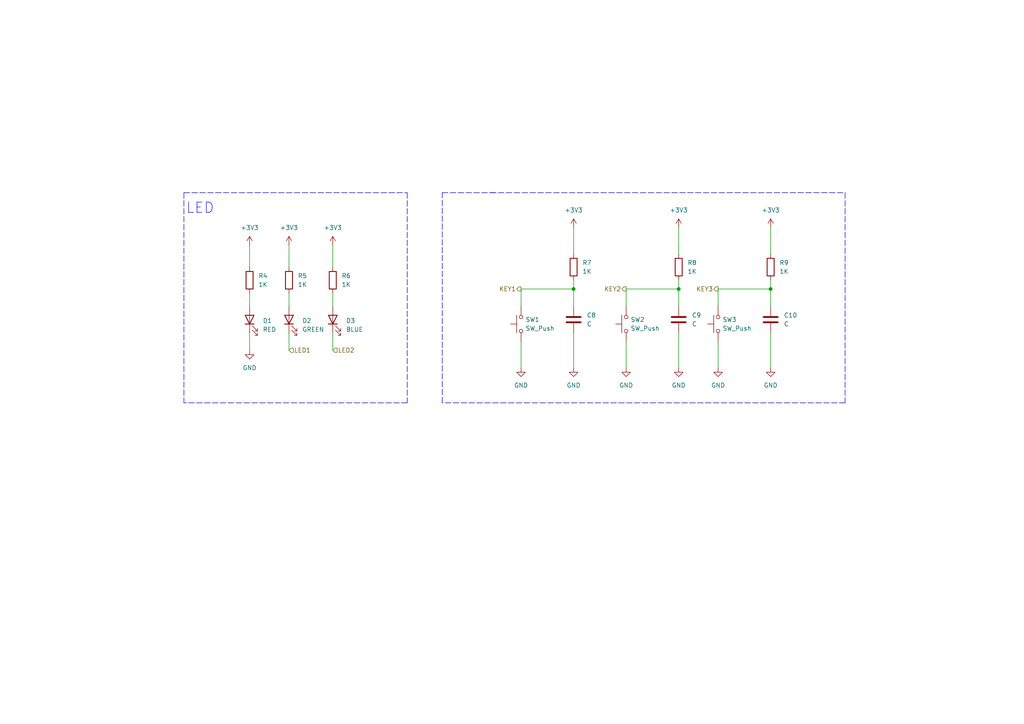
<source format=kicad_sch>
(kicad_sch (version 20211123) (generator eeschema)
  (paper "A4")
  (lib_symbols
    (symbol "Device:C" (pin_numbers hide) (pin_names (offset 0.254))
      (property "Reference" "C" (at 0.635 2.54 0))
      (property "Value" "C" (at 0.635 -2.54 0))
      (symbol "C_0_1"
        (polyline (pts (xy -2.032 -0.762) (xy 2.032 -0.762)) (stroke (width 0.508)))
        (polyline (pts (xy -2.032 0.762) (xy 2.032 0.762)) (stroke (width 0.508)))
      )
      (symbol "C_1_1"
        (pin passive line (at 0 3.81 270) (length 2.794) (name "~") (number "1"))
        (pin passive line (at 0 -3.81 90) (length 2.794) (name "~") (number "2"))
      )
    )
    (symbol "Device:LED" (pin_numbers hide) (pin_names (offset 1.016) hide)
      (property "Reference" "D" (at 0 2.54 0))
      (property "Value" "LED" (at 0 -2.54 0))
      (symbol "LED_0_1"
        (polyline (pts (xy -1.27 -1.27) (xy -1.27 1.27)) (stroke (width 0.254)))
        (polyline (pts (xy -1.27 0) (xy 1.27 0)))
        (polyline (pts (xy 1.27 -1.27) (xy 1.27 1.27) (xy -1.27 0) (xy 1.27 -1.27)) (stroke (width 0.254)))
        (polyline (pts (xy -3.048 -0.762) (xy -4.572 -2.286) (xy -3.81 -2.286) (xy -4.572 -2.286) (xy -4.572 -1.524)))
        (polyline (pts (xy -1.778 -0.762) (xy -3.302 -2.286) (xy -2.54 -2.286) (xy -3.302 -2.286) (xy -3.302 -1.524)))
      )
      (symbol "LED_1_1"
        (pin passive line (at -3.81 0 0) (length 2.54) (name "K") (number "1"))
        (pin passive line (at 3.81 0 180) (length 2.54) (name "A") (number "2"))
      )
    )
    (symbol "Device:R" (pin_numbers hide) (pin_names (offset 0))
      (property "Reference" "R" (at 2.032 0 90))
      (property "Value" "R" (at 0 0 90))
      (symbol "R_0_1"
        (rectangle (start -1.016 -2.54) (end 1.016 2.54) (stroke (width 0.254)))
      )
      (symbol "R_1_1"
        (pin passive line (at 0 3.81 270) (length 1.27) (name "~") (number "1"))
        (pin passive line (at 0 -3.81 90) (length 1.27) (name "~") (number "2"))
      )
    )
    (symbol "Switch:SW_Push" (pin_numbers hide) (pin_names (offset 1.016) hide)
      (property "Reference" "SW" (at 1.27 2.54 0))
      (property "Value" "SW_Push" (at 0 -1.524 0))
      (symbol "SW_Push_0_1"
        (circle (center -2.032 0) (radius 0.508))
        (polyline (pts (xy 0 1.27) (xy 0 3.048)))
        (polyline (pts (xy 2.54 1.27) (xy -2.54 1.27)))
        (circle (center 2.032 0) (radius 0.508))
        (pin passive line (at -5.08 0 0) (length 2.54) (name "1") (number "1"))
        (pin passive line (at 5.08 0 180) (length 2.54) (name "2") (number "2"))
      )
    )
    (symbol "power:+3V3" (power) (pin_names (offset 0))
      (property "Value" "+3V3" (at 0 3.556 0))
      (symbol "+3V3_0_1"
        (polyline (pts (xy -0.762 1.27) (xy 0 2.54)))
        (polyline (pts (xy 0 0) (xy 0 2.54)))
        (polyline (pts (xy 0 2.54) (xy 0.762 1.27)))
      )
      (symbol "+3V3_1_1"
        (pin power_in line (at 0 0 90) (length 0) hide (name "+3V3") (number "1"))
      )
    )
    (symbol "power:GND" (power) (pin_names (offset 0))
      (property "Value" "GND" (at 0 -3.81 0))
      (symbol "GND_0_1"
        (polyline (pts (xy 0 0) (xy 0 -1.27) (xy 1.27 -1.27) (xy 0 -2.54) (xy -1.27 -1.27) (xy 0 -1.27)))
      )
      (symbol "GND_1_1"
        (pin power_in line (at 0 0 270) (length 0) hide (name "GND") (number "1"))
      )
    )
  )
  (junction (at 196.85 83.82))
  (junction (at 166.37 83.82))
  (junction (at 223.52 83.82))
  (wire (pts (xy 196.85 81.28) (xy 196.85 83.82)))
  (wire (pts (xy 83.82 85.09) (xy 83.82 88.9)))
  (wire (pts (xy 166.37 96.52) (xy 166.37 106.68)))
  (polyline (pts (xy 118.11 55.88) (xy 118.11 116.84)))
  (wire (pts (xy 83.82 71.12) (xy 83.82 77.47)))
  (wire (pts (xy 196.85 96.52) (xy 196.85 106.68)))
  (wire (pts (xy 151.13 88.9) (xy 151.13 83.82)))
  (wire (pts (xy 208.28 83.82) (xy 223.52 83.82)))
  (wire (pts (xy 96.52 71.12) (xy 96.52 77.47)))
  (wire (pts (xy 151.13 83.82) (xy 166.37 83.82)))
  (polyline (pts (xy 128.27 55.88) (xy 143.51 55.88)))
  (wire (pts (xy 151.13 99.06) (xy 151.13 106.68)))
  (wire (pts (xy 223.52 81.28) (xy 223.52 83.82)))
  (polyline (pts (xy 53.34 55.88) (xy 118.11 55.88)))
  (wire (pts (xy 72.39 71.12) (xy 72.39 77.47)))
  (wire (pts (xy 196.85 66.04) (xy 196.85 73.66)))
  (wire (pts (xy 72.39 85.09) (xy 72.39 88.9)))
  (wire (pts (xy 223.52 83.82) (xy 223.52 88.9)))
  (polyline (pts (xy 142.24 55.88) (xy 245.11 55.88)))
  (wire (pts (xy 166.37 81.28) (xy 166.37 83.82)))
  (polyline (pts (xy 53.34 55.88) (xy 53.34 116.84)))
  (wire (pts (xy 181.61 99.06) (xy 181.61 106.68)))
  (wire (pts (xy 83.82 96.52) (xy 83.82 101.6)))
  (wire (pts (xy 166.37 83.82) (xy 166.37 88.9)))
  (wire (pts (xy 181.61 83.82) (xy 196.85 83.82)))
  (wire (pts (xy 223.52 66.04) (xy 223.52 73.66)))
  (polyline (pts (xy 128.27 116.84) (xy 128.27 55.88)))
  (wire (pts (xy 96.52 85.09) (xy 96.52 88.9)))
  (wire (pts (xy 181.61 88.9) (xy 181.61 83.82)))
  (wire (pts (xy 208.28 99.06) (xy 208.28 106.68)))
  (wire (pts (xy 96.52 96.52) (xy 96.52 101.6)))
  (wire (pts (xy 223.52 96.52) (xy 223.52 106.68)))
  (wire (pts (xy 72.39 96.52) (xy 72.39 101.6)))
  (polyline (pts (xy 245.11 116.84) (xy 128.27 116.84)))
  (polyline (pts (xy 245.11 55.88) (xy 245.11 116.84)))
  (wire (pts (xy 166.37 66.04) (xy 166.37 73.66)))
  (wire (pts (xy 196.85 83.82) (xy 196.85 88.9)))
  (wire (pts (xy 208.28 88.9) (xy 208.28 83.82)))
  (polyline (pts (xy 118.11 116.84) (xy 53.34 116.84)))
  (text "LED\n" (at 62.23 62.23 180) (effects (font (size 3 3)) (justify right bottom)))
  (hierarchical_label "LED2" (shape input) (at 96.52 101.6 0))
  (hierarchical_label "KEY3" (shape output) (at 208.28 83.82 180))
  (hierarchical_label "KEY1" (shape output) (at 151.13 83.82 180))
  (hierarchical_label "KEY2" (shape output) (at 181.61 83.82 180))
  (hierarchical_label "LED1" (shape input) (at 83.82 101.6 0))
  (symbol (lib_id "Device:R") (at 72.39 81.28 0) (unit 1)
    (property "Reference" "R4" (at 74.93 80.0099 0) (effects (justify left)))
    (property "Value" "1K" (at 74.93 82.5499 0) (effects (justify left)))
    (property "Footprint" "Resistor_SMD:R_0603_1608Metric" (effects hide))
  )
  (symbol (lib_id "power:GND") (at 151.13 106.68 0) (unit 1)
    (property "Reference" "#PWR034" (effects hide))
    (property "Value" "GND" (at 151.13 111.76 0))
  )
  (symbol (lib_id "Device:C") (at 166.37 92.71 0) (unit 1)
    (property "Reference" "C8" (at 170.18 91.4399 0) (effects (justify left)))
    (property "Value" "C" (at 170.18 93.9799 0) (effects (justify left)))
    (property "Footprint" "Capacitor_SMD:C_0603_1608Metric" (effects hide))
  )
  (symbol (lib_id "power:+3V3") (at 83.82 71.12 0) (unit 1)
    (property "Reference" "#PWR032" (effects hide))
    (property "Value" "+3V3" (at 83.82 66.04 0))
  )
  (symbol (lib_id "Switch:SW_Push") (at 181.61 93.98 90) (unit 1)
    (property "Reference" "SW2" (at 182.88 92.7099 90) (effects (justify right)))
    (property "Value" "SW_Push" (at 182.88 95.2499 90) (effects (justify right)))
    (property "Footprint" "Button_Switch_SMD:SW_Push_1P1T_NO_6x6mm_H9.5mm" (effects hide))
  )
  (symbol (lib_id "Device:LED") (at 96.52 92.71 90) (unit 1)
    (property "Reference" "D3" (at 100.33 93.0274 90) (effects (justify right)))
    (property "Value" "BLUE" (at 100.33 95.5674 90) (effects (justify right)))
    (property "Footprint" "LED_SMD:LED_0603_1608Metric" (effects hide))
  )
  (symbol (lib_id "power:GND") (at 208.28 106.68 0) (unit 1)
    (property "Reference" "#PWR040" (effects hide))
    (property "Value" "GND" (at 208.28 111.76 0))
  )
  (symbol (lib_id "Device:C") (at 196.85 92.71 0) (unit 1)
    (property "Reference" "C9" (at 200.66 91.4399 0) (effects (justify left)))
    (property "Value" "C" (at 200.66 93.9799 0) (effects (justify left)))
    (property "Footprint" "Capacitor_SMD:C_0603_1608Metric" (effects hide))
  )
  (symbol (lib_id "Device:LED") (at 72.39 92.71 90) (unit 1)
    (property "Reference" "D1" (at 76.2 93.0274 90) (effects (justify right)))
    (property "Value" "RED" (at 76.2 95.5674 90) (effects (justify right)))
    (property "Footprint" "LED_SMD:LED_0603_1608Metric" (effects hide))
  )
  (symbol (lib_id "Device:R") (at 166.37 77.47 0) (unit 1)
    (property "Reference" "R7" (at 168.91 76.1999 0) (effects (justify left)))
    (property "Value" "1K" (at 168.91 78.7399 0) (effects (justify left)))
    (property "Footprint" "Resistor_SMD:R_0603_1608Metric" (effects hide))
  )
  (symbol (lib_id "Device:R") (at 223.52 77.47 0) (unit 1)
    (property "Reference" "R9" (at 226.06 76.1999 0) (effects (justify left)))
    (property "Value" "1K" (at 226.06 78.7399 0) (effects (justify left)))
    (property "Footprint" "Resistor_SMD:R_0603_1608Metric" (effects hide))
  )
  (symbol (lib_id "Device:R") (at 83.82 81.28 0) (unit 1)
    (property "Reference" "R5" (at 86.36 80.0099 0) (effects (justify left)))
    (property "Value" "1K" (at 86.36 82.5499 0) (effects (justify left)))
    (property "Footprint" "Resistor_SMD:R_0603_1608Metric" (effects hide))
  )
  (symbol (lib_id "power:+3V3") (at 196.85 66.04 0) (unit 1)
    (property "Reference" "#PWR038" (effects hide))
    (property "Value" "+3V3" (at 196.85 60.96 0))
  )
  (symbol (lib_id "power:+3V3") (at 96.52 71.12 0) (unit 1)
    (property "Reference" "#PWR033" (effects hide))
    (property "Value" "+3V3" (at 96.52 66.04 0))
  )
  (symbol (lib_id "Device:R") (at 96.52 81.28 0) (unit 1)
    (property "Reference" "R6" (at 99.06 80.0099 0) (effects (justify left)))
    (property "Value" "1K" (at 99.06 82.5499 0) (effects (justify left)))
    (property "Footprint" "Resistor_SMD:R_0603_1608Metric" (effects hide))
  )
  (symbol (lib_id "Switch:SW_Push") (at 208.28 93.98 90) (unit 1)
    (property "Reference" "SW3" (at 209.55 92.7099 90) (effects (justify right)))
    (property "Value" "SW_Push" (at 209.55 95.2499 90) (effects (justify right)))
    (property "Footprint" "Button_Switch_SMD:SW_Push_1P1T_NO_6x6mm_H9.5mm" (effects hide))
  )
  (symbol (lib_id "power:GND") (at 166.37 106.68 0) (unit 1)
    (property "Reference" "#PWR036" (effects hide))
    (property "Value" "GND" (at 166.37 111.76 0))
  )
  (symbol (lib_id "power:GND") (at 72.39 101.6 0) (unit 1)
    (property "Reference" "#PWR031" (effects hide))
    (property "Value" "GND" (at 72.39 106.68 0))
  )
  (symbol (lib_id "power:GND") (at 181.61 106.68 0) (unit 1)
    (property "Reference" "#PWR037" (effects hide))
    (property "Value" "GND" (at 181.61 111.76 0))
  )
  (symbol (lib_id "Device:R") (at 196.85 77.47 0) (unit 1)
    (property "Reference" "R8" (at 199.39 76.1999 0) (effects (justify left)))
    (property "Value" "1K" (at 199.39 78.7399 0) (effects (justify left)))
    (property "Footprint" "Resistor_SMD:R_0603_1608Metric" (effects hide))
  )
  (symbol (lib_id "power:+3V3") (at 166.37 66.04 0) (unit 1)
    (property "Reference" "#PWR035" (effects hide))
    (property "Value" "+3V3" (at 166.37 60.96 0))
  )
  (symbol (lib_id "power:+3V3") (at 72.39 71.12 0) (unit 1)
    (property "Reference" "#PWR030" (effects hide))
    (property "Value" "+3V3" (at 72.39 66.04 0))
  )
  (symbol (lib_id "Switch:SW_Push") (at 151.13 93.98 90) (unit 1)
    (property "Reference" "SW1" (at 152.4 92.7099 90) (effects (justify right)))
    (property "Value" "SW_Push" (at 152.4 95.2499 90) (effects (justify right)))
    (property "Footprint" "Button_Switch_SMD:SW_Push_1P1T_NO_6x6mm_H9.5mm" (effects hide))
  )
  (symbol (lib_id "Device:LED") (at 83.82 92.71 90) (unit 1)
    (property "Reference" "D2" (at 87.63 93.0274 90) (effects (justify right)))
    (property "Value" "GREEN" (at 87.63 95.5674 90) (effects (justify right)))
    (property "Footprint" "LED_SMD:LED_0603_1608Metric" (effects hide))
  )
  (symbol (lib_id "power:GND") (at 223.52 106.68 0) (unit 1)
    (property "Reference" "#PWR042" (effects hide))
    (property "Value" "GND" (at 223.52 111.76 0))
  )
  (symbol (lib_id "Device:C") (at 223.52 92.71 0) (unit 1)
    (property "Reference" "C10" (at 227.33 91.4399 0) (effects (justify left)))
    (property "Value" "C" (at 227.33 93.9799 0) (effects (justify left)))
    (property "Footprint" "Capacitor_SMD:C_0603_1608Metric" (effects hide))
  )
  (symbol (lib_id "power:GND") (at 196.85 106.68 0) (unit 1)
    (property "Reference" "#PWR039" (effects hide))
    (property "Value" "GND" (at 196.85 111.76 0))
  )
  (symbol (lib_id "power:+3V3") (at 223.52 66.04 0) (unit 1)
    (property "Reference" "#PWR041" (effects hide))
    (property "Value" "+3V3" (at 223.52 60.96 0))
  )
)
</source>
